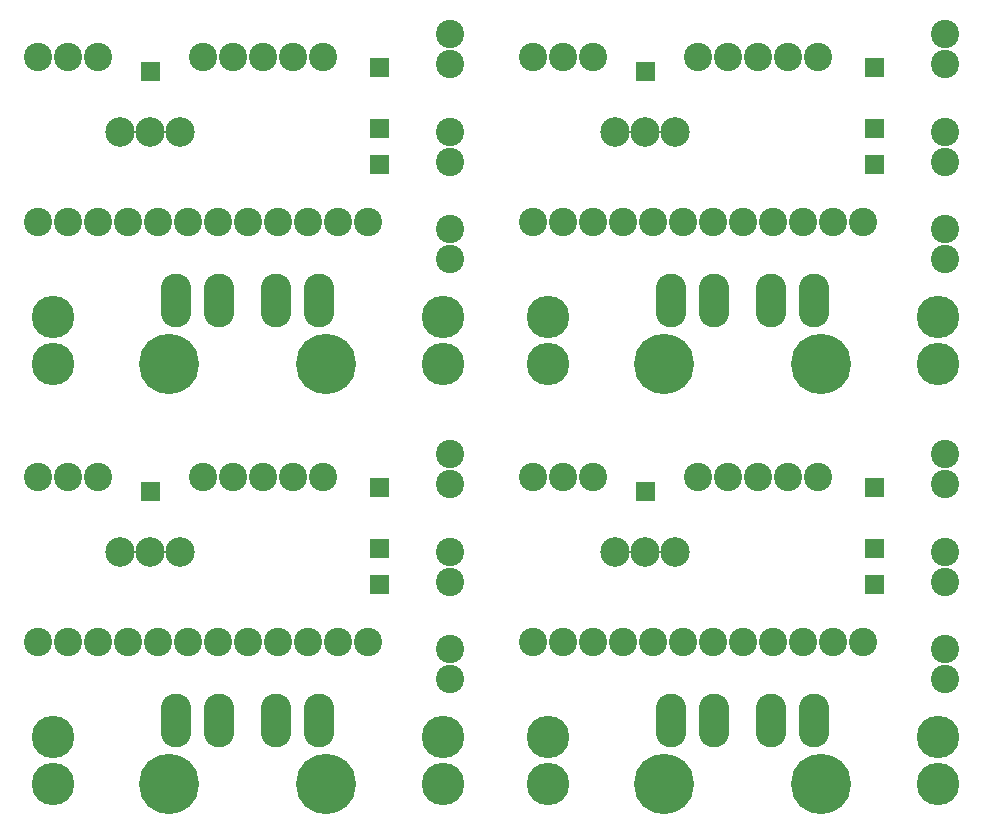
<source format=gbr>
%FSLAX34Y34*%
%MOMM*%
%LNSOLDERMASK_BOTTOM*%
G71*
G01*
%ADD10C, 2.40*%
%ADD11C, 5.10*%
%ADD12C, 3.60*%
%ADD13C, 2.60*%
%ADD14C, 2.50*%
%ADD15C, 2.40*%
%LPD*%
X279400Y927100D02*
G54D10*
D03*
X254000Y927100D02*
G54D10*
D03*
X228600Y927100D02*
G54D10*
D03*
X203200Y927100D02*
G54D10*
D03*
X177800Y927100D02*
G54D10*
D03*
X387350Y946150D02*
G54D10*
D03*
X387350Y920750D02*
G54D10*
D03*
X149225Y666750D02*
G54D11*
D03*
X282575Y666750D02*
G54D11*
D03*
G36*
X319620Y843620D02*
X335620Y843620D01*
X335620Y827620D01*
X319620Y827620D01*
X319620Y843620D01*
G37*
X381000Y706438D02*
G54D12*
D03*
X381000Y666750D02*
G54D12*
D03*
X50800Y666750D02*
G54D12*
D03*
X50800Y706438D02*
G54D12*
D03*
X155575Y730250D02*
G54D13*
D03*
X155575Y728662D02*
G54D13*
D03*
X155575Y727075D02*
G54D13*
D03*
X155575Y725488D02*
G54D13*
D03*
X155575Y723900D02*
G54D13*
D03*
X155575Y722312D02*
G54D13*
D03*
X155575Y720725D02*
G54D13*
D03*
X155575Y719138D02*
G54D13*
D03*
X155575Y717550D02*
G54D13*
D03*
X155575Y715962D02*
G54D13*
D03*
X155575Y714375D02*
G54D13*
D03*
X155575Y712788D02*
G54D13*
D03*
X155575Y711200D02*
G54D13*
D03*
X192088Y730250D02*
G54D13*
D03*
X192088Y728662D02*
G54D13*
D03*
X192088Y727075D02*
G54D13*
D03*
X192088Y725488D02*
G54D13*
D03*
X192088Y723900D02*
G54D13*
D03*
X192088Y722312D02*
G54D13*
D03*
X192088Y720725D02*
G54D13*
D03*
X192088Y719138D02*
G54D13*
D03*
X192088Y717550D02*
G54D13*
D03*
X192088Y715962D02*
G54D13*
D03*
X192088Y714375D02*
G54D13*
D03*
X192088Y712788D02*
G54D13*
D03*
X192088Y711200D02*
G54D13*
D03*
X239712Y730250D02*
G54D13*
D03*
X239712Y728662D02*
G54D13*
D03*
X239712Y727075D02*
G54D13*
D03*
X239712Y725488D02*
G54D13*
D03*
X239712Y723900D02*
G54D13*
D03*
X239712Y722312D02*
G54D13*
D03*
X239712Y720725D02*
G54D13*
D03*
X239712Y719138D02*
G54D13*
D03*
X239712Y717550D02*
G54D13*
D03*
X239712Y715962D02*
G54D13*
D03*
X239712Y714375D02*
G54D13*
D03*
X239712Y712788D02*
G54D13*
D03*
X239712Y711200D02*
G54D13*
D03*
X276225Y730250D02*
G54D13*
D03*
X276225Y728662D02*
G54D13*
D03*
X276225Y727075D02*
G54D13*
D03*
X276225Y725488D02*
G54D13*
D03*
X276225Y723900D02*
G54D13*
D03*
X276225Y722312D02*
G54D13*
D03*
X276225Y720725D02*
G54D13*
D03*
X276225Y719138D02*
G54D13*
D03*
X276225Y717550D02*
G54D13*
D03*
X276225Y715962D02*
G54D13*
D03*
X276225Y714375D02*
G54D13*
D03*
X276225Y712788D02*
G54D13*
D03*
X276225Y711200D02*
G54D13*
D03*
X387350Y863600D02*
G54D10*
D03*
X387350Y838200D02*
G54D10*
D03*
X387350Y781050D02*
G54D10*
D03*
X387350Y755650D02*
G54D10*
D03*
X107950Y863600D02*
G54D14*
D03*
X133350Y863600D02*
G54D14*
D03*
X158750Y863600D02*
G54D14*
D03*
X38100Y787400D02*
G54D15*
D03*
X63500Y787400D02*
G54D15*
D03*
X88900Y787400D02*
G54D15*
D03*
X114300Y787400D02*
G54D15*
D03*
X139700Y787400D02*
G54D15*
D03*
X165100Y787400D02*
G54D15*
D03*
X190500Y787400D02*
G54D15*
D03*
X215900Y787400D02*
G54D15*
D03*
X241300Y787400D02*
G54D15*
D03*
X266700Y787400D02*
G54D15*
D03*
X292100Y787400D02*
G54D15*
D03*
X317500Y787400D02*
G54D15*
D03*
X88900Y927100D02*
G54D10*
D03*
X63500Y927100D02*
G54D10*
D03*
X38100Y927100D02*
G54D10*
D03*
G36*
X319620Y874180D02*
X335620Y874180D01*
X335620Y858180D01*
X319620Y858180D01*
X319620Y874180D01*
G37*
G36*
X319620Y926170D02*
X335620Y926170D01*
X335620Y910170D01*
X319620Y910170D01*
X319620Y926170D01*
G37*
G36*
X125350Y922400D02*
X141350Y922400D01*
X141350Y906400D01*
X125350Y906400D01*
X125350Y922400D01*
G37*
X698500Y927100D02*
G54D10*
D03*
X673100Y927100D02*
G54D10*
D03*
X647700Y927100D02*
G54D10*
D03*
X622300Y927100D02*
G54D10*
D03*
X596900Y927100D02*
G54D10*
D03*
X806450Y946150D02*
G54D10*
D03*
X806450Y920750D02*
G54D10*
D03*
X568325Y666750D02*
G54D11*
D03*
X701675Y666750D02*
G54D11*
D03*
G36*
X738720Y843620D02*
X754720Y843620D01*
X754720Y827620D01*
X738720Y827620D01*
X738720Y843620D01*
G37*
X800100Y706438D02*
G54D12*
D03*
X800100Y666750D02*
G54D12*
D03*
X469900Y666750D02*
G54D12*
D03*
X469900Y706438D02*
G54D12*
D03*
X574675Y730250D02*
G54D13*
D03*
X574675Y728662D02*
G54D13*
D03*
X574675Y727075D02*
G54D13*
D03*
X574675Y725488D02*
G54D13*
D03*
X574675Y723900D02*
G54D13*
D03*
X574675Y722312D02*
G54D13*
D03*
X574675Y720725D02*
G54D13*
D03*
X574675Y719138D02*
G54D13*
D03*
X574675Y717550D02*
G54D13*
D03*
X574675Y715962D02*
G54D13*
D03*
X574675Y714375D02*
G54D13*
D03*
X574675Y712788D02*
G54D13*
D03*
X574675Y711200D02*
G54D13*
D03*
X611188Y730250D02*
G54D13*
D03*
X611188Y728662D02*
G54D13*
D03*
X611188Y727075D02*
G54D13*
D03*
X611188Y725488D02*
G54D13*
D03*
X611188Y723900D02*
G54D13*
D03*
X611188Y722312D02*
G54D13*
D03*
X611188Y720725D02*
G54D13*
D03*
X611188Y719138D02*
G54D13*
D03*
X611188Y717550D02*
G54D13*
D03*
X611188Y715962D02*
G54D13*
D03*
X611188Y714375D02*
G54D13*
D03*
X611188Y712788D02*
G54D13*
D03*
X611188Y711200D02*
G54D13*
D03*
X658812Y730250D02*
G54D13*
D03*
X658812Y728662D02*
G54D13*
D03*
X658812Y727075D02*
G54D13*
D03*
X658812Y725488D02*
G54D13*
D03*
X658812Y723900D02*
G54D13*
D03*
X658812Y722312D02*
G54D13*
D03*
X658812Y720725D02*
G54D13*
D03*
X658812Y719138D02*
G54D13*
D03*
X658812Y717550D02*
G54D13*
D03*
X658812Y715962D02*
G54D13*
D03*
X658812Y714375D02*
G54D13*
D03*
X658812Y712788D02*
G54D13*
D03*
X658812Y711200D02*
G54D13*
D03*
X695325Y730250D02*
G54D13*
D03*
X695325Y728662D02*
G54D13*
D03*
X695325Y727075D02*
G54D13*
D03*
X695325Y725488D02*
G54D13*
D03*
X695325Y723900D02*
G54D13*
D03*
X695325Y722312D02*
G54D13*
D03*
X695325Y720725D02*
G54D13*
D03*
X695325Y719138D02*
G54D13*
D03*
X695325Y717550D02*
G54D13*
D03*
X695325Y715962D02*
G54D13*
D03*
X695325Y714375D02*
G54D13*
D03*
X695325Y712788D02*
G54D13*
D03*
X695325Y711200D02*
G54D13*
D03*
X806450Y863600D02*
G54D10*
D03*
X806450Y838200D02*
G54D10*
D03*
X806450Y781050D02*
G54D10*
D03*
X806450Y755650D02*
G54D10*
D03*
X527050Y863600D02*
G54D14*
D03*
X552450Y863600D02*
G54D14*
D03*
X577850Y863600D02*
G54D14*
D03*
X457200Y787400D02*
G54D15*
D03*
X482600Y787400D02*
G54D15*
D03*
X508000Y787400D02*
G54D15*
D03*
X533400Y787400D02*
G54D15*
D03*
X558800Y787400D02*
G54D15*
D03*
X584200Y787400D02*
G54D15*
D03*
X609600Y787400D02*
G54D15*
D03*
X635000Y787400D02*
G54D15*
D03*
X660400Y787400D02*
G54D15*
D03*
X685800Y787400D02*
G54D15*
D03*
X711200Y787400D02*
G54D15*
D03*
X736600Y787400D02*
G54D15*
D03*
X508000Y927100D02*
G54D10*
D03*
X482600Y927100D02*
G54D10*
D03*
X457200Y927100D02*
G54D10*
D03*
G36*
X738720Y874180D02*
X754720Y874180D01*
X754720Y858180D01*
X738720Y858180D01*
X738720Y874180D01*
G37*
G36*
X738720Y926170D02*
X754720Y926170D01*
X754720Y910170D01*
X738720Y910170D01*
X738720Y926170D01*
G37*
G36*
X544450Y922400D02*
X560450Y922400D01*
X560450Y906400D01*
X544450Y906400D01*
X544450Y922400D01*
G37*
X279400Y571500D02*
G54D10*
D03*
X254000Y571500D02*
G54D10*
D03*
X228600Y571500D02*
G54D10*
D03*
X203200Y571500D02*
G54D10*
D03*
X177800Y571500D02*
G54D10*
D03*
X387350Y590550D02*
G54D10*
D03*
X387350Y565150D02*
G54D10*
D03*
X149225Y311150D02*
G54D11*
D03*
X282575Y311150D02*
G54D11*
D03*
G36*
X319620Y488020D02*
X335620Y488020D01*
X335620Y472020D01*
X319620Y472020D01*
X319620Y488020D01*
G37*
X381000Y350838D02*
G54D12*
D03*
X381000Y311150D02*
G54D12*
D03*
X50800Y311150D02*
G54D12*
D03*
X50800Y350838D02*
G54D12*
D03*
X155575Y374650D02*
G54D13*
D03*
X155575Y373062D02*
G54D13*
D03*
X155575Y371475D02*
G54D13*
D03*
X155575Y369888D02*
G54D13*
D03*
X155575Y368300D02*
G54D13*
D03*
X155575Y366712D02*
G54D13*
D03*
X155575Y365125D02*
G54D13*
D03*
X155575Y363538D02*
G54D13*
D03*
X155575Y361950D02*
G54D13*
D03*
X155575Y360362D02*
G54D13*
D03*
X155575Y358775D02*
G54D13*
D03*
X155575Y357188D02*
G54D13*
D03*
X155575Y355600D02*
G54D13*
D03*
X192088Y374650D02*
G54D13*
D03*
X192088Y373062D02*
G54D13*
D03*
X192088Y371475D02*
G54D13*
D03*
X192088Y369888D02*
G54D13*
D03*
X192088Y368300D02*
G54D13*
D03*
X192088Y366712D02*
G54D13*
D03*
X192088Y365125D02*
G54D13*
D03*
X192088Y363538D02*
G54D13*
D03*
X192088Y361950D02*
G54D13*
D03*
X192088Y360362D02*
G54D13*
D03*
X192088Y358775D02*
G54D13*
D03*
X192088Y357188D02*
G54D13*
D03*
X192088Y355600D02*
G54D13*
D03*
X239712Y374650D02*
G54D13*
D03*
X239712Y373062D02*
G54D13*
D03*
X239712Y371475D02*
G54D13*
D03*
X239712Y369888D02*
G54D13*
D03*
X239712Y368300D02*
G54D13*
D03*
X239712Y366712D02*
G54D13*
D03*
X239712Y365125D02*
G54D13*
D03*
X239712Y363538D02*
G54D13*
D03*
X239712Y361950D02*
G54D13*
D03*
X239712Y360362D02*
G54D13*
D03*
X239712Y358775D02*
G54D13*
D03*
X239712Y357188D02*
G54D13*
D03*
X239712Y355600D02*
G54D13*
D03*
X276225Y374650D02*
G54D13*
D03*
X276225Y373062D02*
G54D13*
D03*
X276225Y371475D02*
G54D13*
D03*
X276225Y369888D02*
G54D13*
D03*
X276225Y368300D02*
G54D13*
D03*
X276225Y366712D02*
G54D13*
D03*
X276225Y365125D02*
G54D13*
D03*
X276225Y363538D02*
G54D13*
D03*
X276225Y361950D02*
G54D13*
D03*
X276225Y360362D02*
G54D13*
D03*
X276225Y358775D02*
G54D13*
D03*
X276225Y357188D02*
G54D13*
D03*
X276225Y355600D02*
G54D13*
D03*
X387350Y508000D02*
G54D10*
D03*
X387350Y482600D02*
G54D10*
D03*
X387350Y425450D02*
G54D10*
D03*
X387350Y400050D02*
G54D10*
D03*
X107950Y508000D02*
G54D14*
D03*
X133350Y508000D02*
G54D14*
D03*
X158750Y508000D02*
G54D14*
D03*
X38100Y431800D02*
G54D15*
D03*
X63500Y431800D02*
G54D15*
D03*
X88900Y431800D02*
G54D15*
D03*
X114300Y431800D02*
G54D15*
D03*
X139700Y431800D02*
G54D15*
D03*
X165100Y431800D02*
G54D15*
D03*
X190500Y431800D02*
G54D15*
D03*
X215900Y431800D02*
G54D15*
D03*
X241300Y431800D02*
G54D15*
D03*
X266700Y431800D02*
G54D15*
D03*
X292100Y431800D02*
G54D15*
D03*
X317500Y431800D02*
G54D15*
D03*
X88900Y571500D02*
G54D10*
D03*
X63500Y571500D02*
G54D10*
D03*
X38100Y571500D02*
G54D10*
D03*
G36*
X319620Y518580D02*
X335620Y518580D01*
X335620Y502580D01*
X319620Y502580D01*
X319620Y518580D01*
G37*
G36*
X319620Y570570D02*
X335620Y570570D01*
X335620Y554570D01*
X319620Y554570D01*
X319620Y570570D01*
G37*
G36*
X125350Y566800D02*
X141350Y566800D01*
X141350Y550800D01*
X125350Y550800D01*
X125350Y566800D01*
G37*
X698500Y571500D02*
G54D10*
D03*
X673100Y571500D02*
G54D10*
D03*
X647700Y571500D02*
G54D10*
D03*
X622300Y571500D02*
G54D10*
D03*
X596900Y571500D02*
G54D10*
D03*
X806450Y590550D02*
G54D10*
D03*
X806450Y565150D02*
G54D10*
D03*
X568325Y311150D02*
G54D11*
D03*
X701675Y311150D02*
G54D11*
D03*
G36*
X738720Y488020D02*
X754720Y488020D01*
X754720Y472020D01*
X738720Y472020D01*
X738720Y488020D01*
G37*
X800100Y350838D02*
G54D12*
D03*
X800100Y311150D02*
G54D12*
D03*
X469900Y311150D02*
G54D12*
D03*
X469900Y350838D02*
G54D12*
D03*
X574675Y374650D02*
G54D13*
D03*
X574675Y373062D02*
G54D13*
D03*
X574675Y371475D02*
G54D13*
D03*
X574675Y369888D02*
G54D13*
D03*
X574675Y368300D02*
G54D13*
D03*
X574675Y366712D02*
G54D13*
D03*
X574675Y365125D02*
G54D13*
D03*
X574675Y363538D02*
G54D13*
D03*
X574675Y361950D02*
G54D13*
D03*
X574675Y360362D02*
G54D13*
D03*
X574675Y358775D02*
G54D13*
D03*
X574675Y357188D02*
G54D13*
D03*
X574675Y355600D02*
G54D13*
D03*
X611188Y374650D02*
G54D13*
D03*
X611188Y373062D02*
G54D13*
D03*
X611188Y371475D02*
G54D13*
D03*
X611188Y369888D02*
G54D13*
D03*
X611188Y368300D02*
G54D13*
D03*
X611188Y366712D02*
G54D13*
D03*
X611188Y365125D02*
G54D13*
D03*
X611188Y363538D02*
G54D13*
D03*
X611188Y361950D02*
G54D13*
D03*
X611188Y360362D02*
G54D13*
D03*
X611188Y358775D02*
G54D13*
D03*
X611188Y357188D02*
G54D13*
D03*
X611188Y355600D02*
G54D13*
D03*
X658812Y374650D02*
G54D13*
D03*
X658812Y373062D02*
G54D13*
D03*
X658812Y371475D02*
G54D13*
D03*
X658812Y369888D02*
G54D13*
D03*
X658812Y368300D02*
G54D13*
D03*
X658812Y366712D02*
G54D13*
D03*
X658812Y365125D02*
G54D13*
D03*
X658812Y363538D02*
G54D13*
D03*
X658812Y361950D02*
G54D13*
D03*
X658812Y360362D02*
G54D13*
D03*
X658812Y358775D02*
G54D13*
D03*
X658812Y357188D02*
G54D13*
D03*
X658812Y355600D02*
G54D13*
D03*
X695325Y374650D02*
G54D13*
D03*
X695325Y373062D02*
G54D13*
D03*
X695325Y371475D02*
G54D13*
D03*
X695325Y369888D02*
G54D13*
D03*
X695325Y368300D02*
G54D13*
D03*
X695325Y366712D02*
G54D13*
D03*
X695325Y365125D02*
G54D13*
D03*
X695325Y363538D02*
G54D13*
D03*
X695325Y361950D02*
G54D13*
D03*
X695325Y360362D02*
G54D13*
D03*
X695325Y358775D02*
G54D13*
D03*
X695325Y357188D02*
G54D13*
D03*
X695325Y355600D02*
G54D13*
D03*
X806450Y508000D02*
G54D10*
D03*
X806450Y482600D02*
G54D10*
D03*
X806450Y425450D02*
G54D10*
D03*
X806450Y400050D02*
G54D10*
D03*
X527050Y508000D02*
G54D14*
D03*
X552450Y508000D02*
G54D14*
D03*
X577850Y508000D02*
G54D14*
D03*
X457200Y431800D02*
G54D15*
D03*
X482600Y431800D02*
G54D15*
D03*
X508000Y431800D02*
G54D15*
D03*
X533400Y431800D02*
G54D15*
D03*
X558800Y431800D02*
G54D15*
D03*
X584200Y431800D02*
G54D15*
D03*
X609600Y431800D02*
G54D15*
D03*
X635000Y431800D02*
G54D15*
D03*
X660400Y431800D02*
G54D15*
D03*
X685800Y431800D02*
G54D15*
D03*
X711200Y431800D02*
G54D15*
D03*
X736600Y431800D02*
G54D15*
D03*
X508000Y571500D02*
G54D10*
D03*
X482600Y571500D02*
G54D10*
D03*
X457200Y571500D02*
G54D10*
D03*
G36*
X738720Y518580D02*
X754720Y518580D01*
X754720Y502580D01*
X738720Y502580D01*
X738720Y518580D01*
G37*
G36*
X738720Y570570D02*
X754720Y570570D01*
X754720Y554570D01*
X738720Y554570D01*
X738720Y570570D01*
G37*
G36*
X544450Y566800D02*
X560450Y566800D01*
X560450Y550800D01*
X544450Y550800D01*
X544450Y566800D01*
G37*
M02*

</source>
